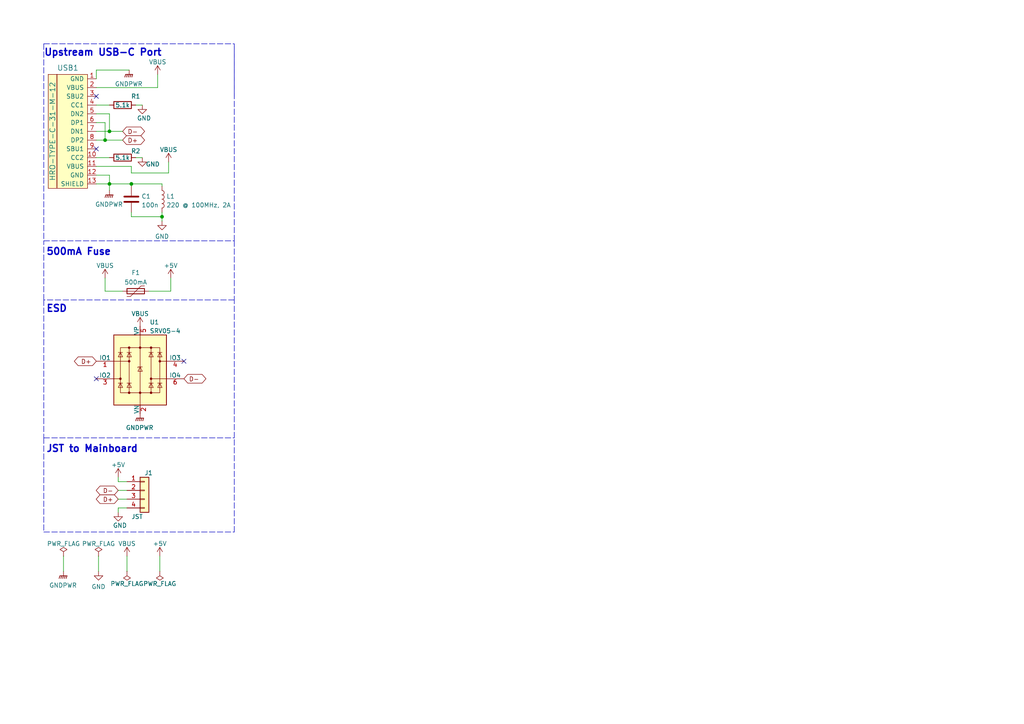
<source format=kicad_sch>
(kicad_sch (version 20211123) (generator eeschema)
  (paper "A4")
  (title_block (title "EC_Pro2_Controller_Lite") (date "2022-10-06") (rev "1") (company "Cipulot PCB Design") (comment 1 "MIT License") (comment 2 "Cipulot"))
  (lib_symbols
    (symbol "Connector_Generic:Conn_01x04" (pin_names (offset 1.016) hide)
      (property "Reference" "J" (at 0 5.08 0))
      (property "Value" "Conn_01x04" (at 0 -7.62 0))
      (symbol "Conn_01x04_1_1"
        (rectangle (start -1.27 -4.953) (end 0 -5.207) (stroke (width 0.1524)))
        (rectangle (start -1.27 -2.413) (end 0 -2.667) (stroke (width 0.1524)))
        (rectangle (start -1.27 0.127) (end 0 -0.127) (stroke (width 0.1524)))
        (rectangle (start -1.27 2.667) (end 0 2.413) (stroke (width 0.1524)))
        (rectangle (start -1.27 3.81) (end 1.27 -6.35) (stroke (width 0.254)) (fill (type background)))
        (pin passive line (at -5.08 2.54 0) (length 3.81) (name "Pin_1") (number "1"))
        (pin passive line (at -5.08 0 0) (length 3.81) (name "Pin_2") (number "2"))
        (pin passive line (at -5.08 -2.54 0) (length 3.81) (name "Pin_3") (number "3"))
        (pin passive line (at -5.08 -5.08 0) (length 3.81) (name "Pin_4") (number "4"))
      )
    )
    (symbol "Device:C" (pin_numbers hide) (pin_names (offset 0.254))
      (property "Reference" "C" (at 0.635 2.54 0))
      (property "Value" "C" (at 0.635 -2.54 0))
      (symbol "C_0_1"
        (polyline (pts (xy -2.032 -0.762) (xy 2.032 -0.762)) (stroke (width 0.508)))
        (polyline (pts (xy -2.032 0.762) (xy 2.032 0.762)) (stroke (width 0.508)))
      )
      (symbol "C_1_1"
        (pin passive line (at 0 3.81 270) (length 2.794) (name "~") (number "1"))
        (pin passive line (at 0 -3.81 90) (length 2.794) (name "~") (number "2"))
      )
    )
    (symbol "Device:L" (pin_numbers hide) (pin_names (offset 1.016) hide)
      (property "Reference" "L" (at -1.27 0 90))
      (property "Value" "L" (at 1.905 0 90))
      (symbol "L_0_1"
        (arc (start 0 -2.54) (mid 0.635 -1.905) (end 0 -1.27))
        (arc (start 0 -1.27) (mid 0.635 -0.635) (end 0 0))
        (arc (start 0 0) (mid 0.635 0.635) (end 0 1.27))
        (arc (start 0 1.27) (mid 0.635 1.905) (end 0 2.54))
      )
      (symbol "L_1_1"
        (pin passive line (at 0 3.81 270) (length 1.27) (name "1") (number "1"))
        (pin passive line (at 0 -3.81 90) (length 1.27) (name "2") (number "2"))
      )
    )
    (symbol "Device:Polyfuse" (pin_numbers hide) (pin_names (offset 0))
      (property "Reference" "F" (at -2.54 0 90))
      (property "Value" "Polyfuse" (at 2.54 0 90))
      (symbol "Polyfuse_0_1"
        (rectangle (start -0.762 2.54) (end 0.762 -2.54) (stroke (width 0.254)))
        (polyline (pts (xy 0 2.54) (xy 0 -2.54)))
        (polyline (pts (xy -1.524 2.54) (xy -1.524 1.524) (xy 1.524 -1.524) (xy 1.524 -2.54)))
      )
      (symbol "Polyfuse_1_1"
        (pin passive line (at 0 3.81 270) (length 1.27) (name "~") (number "1"))
        (pin passive line (at 0 -3.81 90) (length 1.27) (name "~") (number "2"))
      )
    )
    (symbol "Device:R" (pin_numbers hide) (pin_names (offset 0))
      (property "Reference" "R" (at 2.032 0 90))
      (property "Value" "R" (at 0 0 90))
      (symbol "R_0_1"
        (rectangle (start -1.016 -2.54) (end 1.016 2.54) (stroke (width 0.254)))
      )
      (symbol "R_1_1"
        (pin passive line (at 0 3.81 270) (length 1.27) (name "~") (number "1"))
        (pin passive line (at 0 -3.81 90) (length 1.27) (name "~") (number "2"))
      )
    )
    (symbol "Power_Protection:SRV05-4" (pin_names (offset 0))
      (property "Reference" "U" (at -5.08 11.43 0))
      (property "Value" "SRV05-4" (at 2.54 11.43 0))
      (symbol "SRV05-4_0_0"
        (rectangle (start -5.715 6.477) (end 5.715 -6.604))
        (polyline (pts (xy -3.175 -6.604) (xy -3.175 6.477)))
        (polyline (pts (xy 3.175 6.477) (xy 3.175 -6.604)))
      )
      (symbol "SRV05-4_0_1"
        (rectangle (start -7.62 10.16) (end 7.62 -10.16) (stroke (width 0.254)) (fill (type background)))
        (circle (center -5.715 -2.54) (radius 0.2794) (fill (type outline)))
        (circle (center -3.175 -6.604) (radius 0.2794) (fill (type outline)))
        (circle (center -3.175 2.54) (radius 0.2794) (fill (type outline)))
        (circle (center -3.175 6.477) (radius 0.2794) (fill (type outline)))
        (circle (center 0 -6.604) (radius 0.2794) (fill (type outline)))
        (polyline (pts (xy -7.747 2.54) (xy -3.175 2.54)))
        (polyline (pts (xy -7.62 -2.54) (xy -5.715 -2.54)))
        (polyline (pts (xy -5.08 -3.81) (xy -6.35 -3.81)))
        (polyline (pts (xy -5.08 5.08) (xy -6.35 5.08)))
        (polyline (pts (xy -2.54 -3.81) (xy -3.81 -3.81)))
        (polyline (pts (xy -2.54 5.08) (xy -3.81 5.08)))
        (polyline (pts (xy 0 10.16) (xy 0 -10.16)))
        (polyline (pts (xy 3.81 -3.81) (xy 2.54 -3.81)))
        (polyline (pts (xy 3.81 5.08) (xy 2.54 5.08)))
        (polyline (pts (xy 6.35 -3.81) (xy 5.08 -3.81)))
        (polyline (pts (xy 6.35 5.08) (xy 5.08 5.08)))
        (polyline (pts (xy 7.62 -2.54) (xy 3.175 -2.54)))
        (polyline (pts (xy 7.62 2.54) (xy 5.715 2.54)))
        (polyline (pts (xy 0.635 0.889) (xy -0.635 0.889) (xy -0.635 0.635)))
        (polyline (pts (xy -5.08 -5.08) (xy -6.35 -5.08) (xy -5.715 -3.81) (xy -5.08 -5.08)))
        (polyline (pts (xy -5.08 3.81) (xy -6.35 3.81) (xy -5.715 5.08) (xy -5.08 3.81)))
        (polyline (pts (xy -2.54 -5.08) (xy -3.81 -5.08) (xy -3.175 -3.81) (xy -2.54 -5.08)))
        (polyline (pts (xy -2.54 3.81) (xy -3.81 3.81) (xy -3.175 5.08) (xy -2.54 3.81)))
        (polyline (pts (xy 0.635 -0.381) (xy -0.635 -0.381) (xy 0 0.889) (xy 0.635 -0.381)))
        (polyline (pts (xy 3.81 -5.08) (xy 2.54 -5.08) (xy 3.175 -3.81) (xy 3.81 -5.08)))
        (polyline (pts (xy 3.81 3.81) (xy 2.54 3.81) (xy 3.175 5.08) (xy 3.81 3.81)))
        (polyline (pts (xy 6.35 -5.08) (xy 5.08 -5.08) (xy 5.715 -3.81) (xy 6.35 -5.08)))
        (polyline (pts (xy 6.35 3.81) (xy 5.08 3.81) (xy 5.715 5.08) (xy 6.35 3.81)))
        (circle (center 0 6.477) (radius 0.2794) (fill (type outline)))
        (circle (center 3.175 -6.604) (radius 0.2794) (fill (type outline)))
        (circle (center 3.175 -2.54) (radius 0.2794) (fill (type outline)))
        (circle (center 3.175 6.477) (radius 0.2794) (fill (type outline)))
        (circle (center 5.715 2.54) (radius 0.2794) (fill (type outline)))
      )
      (symbol "SRV05-4_1_1"
        (pin passive line (at -12.7 2.54 0) (length 5.08) (name "IO1") (number "1"))
        (pin passive line (at 0 -12.7 90) (length 2.54) (name "VN") (number "2"))
        (pin passive line (at -12.7 -2.54 0) (length 5.08) (name "IO2") (number "3"))
        (pin passive line (at 12.7 2.54 180) (length 5.08) (name "IO3") (number "4"))
        (pin passive line (at 0 12.7 270) (length 2.54) (name "VP") (number "5"))
        (pin passive line (at 12.7 -2.54 180) (length 5.08) (name "IO4") (number "6"))
      )
    )
    (symbol "cipulot_parts:HRO-TYPE-C-31-M-12" (pin_names (offset 1.016))
      (property "Reference" "USB" (at -5.08 16.51 0))
      (property "Value" "HRO-TYPE-C-31-M-12" (at -10.16 -1.27 90))
      (symbol "HRO-TYPE-C-31-M-12_0_1"
        (rectangle (start -11.43 15.24) (end -8.89 -17.78) (fill (type background)))
        (rectangle (start 0 -17.78) (end -8.89 15.24) (fill (type background)))
      )
      (symbol "HRO-TYPE-C-31-M-12_1_1"
        (pin input line (at 2.54 13.97 180) (length 2.54) (name "GND") (number "1"))
        (pin input line (at 2.54 -8.89 180) (length 2.54) (name "CC2") (number "10"))
        (pin input line (at 2.54 -11.43 180) (length 2.54) (name "VBUS") (number "11"))
        (pin input line (at 2.54 -13.97 180) (length 2.54) (name "GND") (number "12"))
        (pin input line (at 2.54 -16.51 180) (length 2.54) (name "SHIELD") (number "13"))
        (pin input line (at 2.54 11.43 180) (length 2.54) (name "VBUS") (number "2"))
        (pin input line (at 2.54 8.89 180) (length 2.54) (name "SBU2") (number "3"))
        (pin input line (at 2.54 6.35 180) (length 2.54) (name "CC1") (number "4"))
        (pin input line (at 2.54 3.81 180) (length 2.54) (name "DN2") (number "5"))
        (pin input line (at 2.54 1.27 180) (length 2.54) (name "DP1") (number "6"))
        (pin input line (at 2.54 -1.27 180) (length 2.54) (name "DN1") (number "7"))
        (pin input line (at 2.54 -3.81 180) (length 2.54) (name "DP2") (number "8"))
        (pin input line (at 2.54 -6.35 180) (length 2.54) (name "SBU1") (number "9"))
      )
    )
    (symbol "power:+5V" (power) (pin_names (offset 0))
      (property "Value" "+5V" (at 0 3.556 0))
      (symbol "+5V_0_1"
        (polyline (pts (xy -0.762 1.27) (xy 0 2.54)))
        (polyline (pts (xy 0 0) (xy 0 2.54)))
        (polyline (pts (xy 0 2.54) (xy 0.762 1.27)))
      )
      (symbol "+5V_1_1"
        (pin power_in line (at 0 0 90) (length 0) hide (name "+5V") (number "1"))
      )
    )
    (symbol "power:GND" (power) (pin_names (offset 0))
      (property "Value" "GND" (at 0 -3.81 0))
      (symbol "GND_0_1"
        (polyline (pts (xy 0 0) (xy 0 -1.27) (xy 1.27 -1.27) (xy 0 -2.54) (xy -1.27 -1.27) (xy 0 -1.27)))
      )
      (symbol "GND_1_1"
        (pin power_in line (at 0 0 270) (length 0) hide (name "GND") (number "1"))
      )
    )
    (symbol "power:GNDPWR" (power) (pin_names (offset 0))
      (property "Value" "GNDPWR" (at 0 -3.302 0))
      (symbol "GNDPWR_0_1"
        (polyline (pts (xy 0 -1.27) (xy 0 0)))
        (polyline (pts (xy -1.016 -1.27) (xy -1.27 -2.032) (xy -1.27 -2.032)) (stroke (width 0.2032)))
        (polyline (pts (xy -0.508 -1.27) (xy -0.762 -2.032) (xy -0.762 -2.032)) (stroke (width 0.2032)))
        (polyline (pts (xy 0 -1.27) (xy -0.254 -2.032) (xy -0.254 -2.032)) (stroke (width 0.2032)))
        (polyline (pts (xy 0.508 -1.27) (xy 0.254 -2.032) (xy 0.254 -2.032)) (stroke (width 0.2032)))
        (polyline (pts (xy 1.016 -1.27) (xy -1.016 -1.27) (xy -1.016 -1.27)) (stroke (width 0.2032)))
        (polyline (pts (xy 1.016 -1.27) (xy 0.762 -2.032) (xy 0.762 -2.032) (xy 0.762 -2.032)) (stroke (width 0.2032)))
      )
      (symbol "GNDPWR_1_1"
        (pin power_in line (at 0 0 270) (length 0) hide (name "GNDPWR") (number "1"))
      )
    )
    (symbol "power:PWR_FLAG" (power) (pin_numbers hide) (pin_names (offset 0) hide)
      (property "Value" "PWR_FLAG" (at 0 3.81 0))
      (symbol "PWR_FLAG_0_0"
        (pin power_out line (at 0 0 90) (length 0) (name "pwr") (number "1"))
      )
      (symbol "PWR_FLAG_0_1"
        (polyline (pts (xy 0 0) (xy 0 1.27) (xy -1.016 1.905) (xy 0 2.54) (xy 1.016 1.905) (xy 0 1.27)))
      )
    )
    (symbol "power:VBUS" (power) (pin_names (offset 0))
      (property "Value" "VBUS" (at 0 3.81 0))
      (symbol "VBUS_0_1"
        (polyline (pts (xy -0.762 1.27) (xy 0 2.54)))
        (polyline (pts (xy 0 0) (xy 0 2.54)))
        (polyline (pts (xy 0 2.54) (xy 0.762 1.27)))
      )
      (symbol "VBUS_1_1"
        (pin power_in line (at 0 0 90) (length 0) hide (name "VBUS") (number "1"))
      )
    )
  )
  (junction (at 31.75 38.1))
  (junction (at 38.1 53.34))
  (junction (at 31.75 53.34))
  (junction (at 46.99 62.865))
  (junction (at 30.48 40.64))
  (no_connect (at 53.34 104.775))
  (no_connect (at 27.94 109.855))
  (no_connect (at 27.94 27.94))
  (no_connect (at 27.94 43.18))
  (wire (pts (xy 37.465 20.32) (xy 27.94 20.32)))
  (wire (pts (xy 38.1 62.865) (xy 46.99 62.865)))
  (wire (pts (xy 27.94 38.1) (xy 31.75 38.1)))
  (wire (pts (xy 39.37 45.72) (xy 41.275 45.72)))
  (polyline (pts (xy 12.7 154.305) (xy 67.945 154.305)))
  (polyline (pts (xy 67.945 69.85) (xy 67.945 86.995)))
  (wire (pts (xy 43.18 84.455) (xy 49.53 84.455)))
  (polyline (pts (xy 12.7 12.7) (xy 12.7 69.85)))
  (wire (pts (xy 45.72 25.4) (xy 45.72 21.59)))
  (wire (pts (xy 27.94 20.32) (xy 27.94 22.86)))
  (polyline (pts (xy 12.7 69.85) (xy 67.945 69.85)))
  (wire (pts (xy 27.94 50.8) (xy 31.75 50.8)))
  (wire (pts (xy 38.1 53.34) (xy 46.99 53.34)))
  (polyline (pts (xy 67.945 154.305) (xy 67.945 127)))
  (wire (pts (xy 34.29 138.43) (xy 34.29 139.7)))
  (wire (pts (xy 34.29 139.7) (xy 36.83 139.7)))
  (wire (pts (xy 38.1 53.34) (xy 38.1 53.975)))
  (wire (pts (xy 36.83 165.735) (xy 36.83 161.29)))
  (wire (pts (xy 38.1 61.595) (xy 38.1 62.865)))
  (wire (pts (xy 34.29 147.32) (xy 36.83 147.32)))
  (polyline (pts (xy 12.7 86.995) (xy 12.7 127)))
  (wire (pts (xy 38.1 48.26) (xy 38.1 50.165)))
  (polyline (pts (xy 67.945 127) (xy 67.945 86.995)))
  (wire (pts (xy 27.94 25.4) (xy 45.72 25.4)))
  (wire (pts (xy 30.48 84.455) (xy 35.56 84.455)))
  (wire (pts (xy 46.99 62.865) (xy 46.99 64.135)))
  (wire (pts (xy 27.94 48.26) (xy 38.1 48.26)))
  (wire (pts (xy 27.94 53.34) (xy 31.75 53.34)))
  (wire (pts (xy 34.29 144.78) (xy 36.83 144.78)))
  (polyline (pts (xy 67.945 86.995) (xy 12.7 86.995)))
  (wire (pts (xy 27.94 40.64) (xy 30.48 40.64)))
  (wire (pts (xy 28.575 161.29) (xy 28.575 165.735)))
  (wire (pts (xy 31.75 33.02) (xy 31.75 38.1)))
  (wire (pts (xy 34.29 148.59) (xy 34.29 147.32)))
  (wire (pts (xy 27.94 35.56) (xy 30.48 35.56)))
  (wire (pts (xy 49.53 84.455) (xy 49.53 80.645)))
  (wire (pts (xy 30.48 40.64) (xy 35.56 40.64)))
  (wire (pts (xy 46.99 53.975) (xy 46.99 53.34)))
  (polyline (pts (xy 12.7 127) (xy 12.7 154.305)))
  (polyline (pts (xy 12.7 12.7) (xy 67.945 12.7)))
  (polyline (pts (xy 67.945 12.7) (xy 67.945 28.575)))
  (wire (pts (xy 18.415 161.29) (xy 18.415 165.735)))
  (wire (pts (xy 34.29 142.24) (xy 36.83 142.24)))
  (polyline (pts (xy 67.945 69.85) (xy 67.945 12.7)))
  (polyline (pts (xy 12.7 127) (xy 67.945 127)))
  (wire (pts (xy 46.99 61.595) (xy 46.99 62.865)))
  (wire (pts (xy 46.355 165.735) (xy 46.355 161.29)))
  (wire (pts (xy 31.75 38.1) (xy 35.56 38.1)))
  (wire (pts (xy 39.37 30.48) (xy 41.275 30.48)))
  (wire (pts (xy 30.48 80.645) (xy 30.48 84.455)))
  (wire (pts (xy 27.94 33.02) (xy 31.75 33.02)))
  (wire (pts (xy 27.94 45.72) (xy 31.75 45.72)))
  (wire (pts (xy 27.94 30.48) (xy 31.75 30.48)))
  (wire (pts (xy 48.895 46.99) (xy 48.895 50.165)))
  (wire (pts (xy 30.48 35.56) (xy 30.48 40.64)))
  (wire (pts (xy 31.75 50.8) (xy 31.75 53.34)))
  (wire (pts (xy 38.1 50.165) (xy 48.895 50.165)))
  (wire (pts (xy 31.75 53.34) (xy 31.75 55.245)))
  (polyline (pts (xy 12.7 86.995) (xy 12.7 69.85)))
  (wire (pts (xy 31.75 53.34) (xy 38.1 53.34)))
  (text "500mA Fuse" (at 13.335 74.295 0) (effects (font (size 2 2) (thickness 0.4) bold) (justify left bottom)))
  (text "Upstream USB-C Port" (at 12.7 16.51 0) (effects (font (size 2 2) (thickness 0.4) bold) (justify left bottom)))
  (text "ESD" (at 13.335 90.805 0) (effects (font (size 2 2) (thickness 0.4) bold) (justify left bottom)))
  (text "JST to Mainboard" (at 13.335 131.445 0) (effects (font (size 2 2) (thickness 0.4) bold) (justify left bottom)))
  (global_label "D-" (shape bidirectional) (at 35.56 38.1 0) (property "Intersheet References" "${INTERSHEET_REFS}" (effects hide)))
  (global_label "D-" (shape bidirectional) (at 34.29 142.24 180) (property "Intersheet References" "${INTERSHEET_REFS}" (effects hide)))
  (global_label "D-" (shape bidirectional) (at 53.34 109.855 0) (property "Intersheet References" "${INTERSHEET_REFS}" (effects hide)))
  (global_label "D+" (shape bidirectional) (at 35.56 40.64 0) (property "Intersheet References" "${INTERSHEET_REFS}" (effects hide)))
  (global_label "D+" (shape bidirectional) (at 27.94 104.775 180) (property "Intersheet References" "${INTERSHEET_REFS}" (effects hide)))
  (global_label "D+" (shape bidirectional) (at 34.29 144.78 180) (property "Intersheet References" "${INTERSHEET_REFS}" (effects hide)))
  (symbol (lib_id "power:PWR_FLAG") (at 36.83 165.735 180) (unit 1)
    (property "Reference" "#FLG0102" (effects hide))
    (property "Value" "PWR_FLAG" (at 36.83 169.3108 0))
  )
  (symbol (lib_id "Device:C") (at 38.1 57.785 0) (unit 1)
    (property "Reference" "C1" (at 41.021 56.9503 0) (effects (justify left)))
    (property "Value" "100n" (at 41.021 59.4872 0) (effects (justify left)))
    (property "Footprint" "Capacitor_SMD:C_0603_1608Metric" (effects hide))
    (property "LCSC" "C14663" (effects hide))
  )
  (symbol (lib_id "power:GND") (at 41.275 30.48 0) (unit 1)
    (property "Reference" "#PWR03" (effects hide))
    (property "Value" "GND" (at 43.815 34.29 0) (effects (justify right)))
  )
  (symbol (lib_id "power:GND") (at 41.275 45.72 0) (unit 1)
    (property "Reference" "#PWR04" (effects hide))
    (property "Value" "GND" (at 46.355 47.625 0) (effects (justify right)))
  )
  (symbol (lib_id "Power_Protection:SRV05-4") (at 40.64 107.315 0) (unit 1)
    (property "Reference" "U1" (at 43.4087 93.4552 0) (effects (justify left)))
    (property "Value" "SRV05-4" (at 43.4087 95.9921 0) (effects (justify left)))
    (property "Footprint" "cipulot_parts:SOT-23-6-routable" (effects hide))
    (property "Datasheet" "http://www.onsemi.com/pub/Collateral/SRV05-4-D.PDF" (effects hide))
    (property "LCSC" "C85364" (effects hide))
  )
  (symbol (lib_id "power:GND") (at 46.99 64.135 0) (unit 1)
    (property "Reference" "#PWR07" (effects hide))
    (property "Value" "GND" (at 46.99 68.5784 0))
  )
  (symbol (lib_id "power:VBUS") (at 40.64 94.615 0) (unit 1)
    (property "Reference" "#PWR010" (effects hide))
    (property "Value" "VBUS" (at 40.64 91.0105 0))
  )
  (symbol (lib_id "Connector_Generic:Conn_01x04") (at 41.91 142.24 0) (unit 1)
    (property "Reference" "J1" (at 41.91 137.16 0) (effects (justify left)))
    (property "Value" "JST" (at 38.1 149.86 0) (effects (justify left)))
    (property "Footprint" "cipulot_parts:JST-SR-4" (effects hide))
    (property "LCSC" "C145956" (effects hide))
  )
  (symbol (lib_id "power:PWR_FLAG") (at 28.575 161.29 0) (unit 1)
    (property "Reference" "#FLG0104" (effects hide))
    (property "Value" "PWR_FLAG" (at 28.575 157.7142 0))
  )
  (symbol (lib_id "power:VBUS") (at 36.83 161.29 0) (unit 1)
    (property "Reference" "#PWR0101" (effects hide))
    (property "Value" "VBUS" (at 36.83 157.6855 0))
  )
  (symbol (lib_id "power:GND") (at 34.29 148.59 0) (unit 1)
    (property "Reference" "#PWR013" (effects hide))
    (property "Value" "GND" (at 36.83 152.4 0) (effects (justify right)))
  )
  (symbol (lib_id "power:+5V") (at 49.53 80.645 0) (unit 1)
    (property "Reference" "#PWR09" (effects hide))
    (property "Value" "+5V" (at 49.53 77.0405 0))
  )
  (symbol (lib_id "power:GNDPWR") (at 37.465 20.32 0) (unit 1)
    (property "Reference" "#PWR0105" (effects hide))
    (property "Value" "GNDPWR" (at 37.338 24.357 0))
  )
  (symbol (lib_id "power:VBUS") (at 45.72 21.59 0) (unit 1)
    (property "Reference" "#PWR01" (effects hide))
    (property "Value" "VBUS" (at 45.72 17.9855 0))
  )
  (symbol (lib_id "Device:L") (at 46.99 57.785 0) (unit 1)
    (property "Reference" "L1" (at 48.26 56.9503 0) (effects (justify left)))
    (property "Value" "220 @ 100MHz, 2A" (at 48.26 59.4872 0) (effects (justify left)))
    (property "Footprint" "Inductor_SMD:L_0603_1608Metric" (effects hide))
    (property "LCSC" "C85832" (effects hide))
  )
  (symbol (lib_id "power:PWR_FLAG") (at 46.355 165.735 180) (unit 1)
    (property "Reference" "#FLG0101" (effects hide))
    (property "Value" "PWR_FLAG" (at 46.355 169.3108 0))
  )
  (symbol (lib_id "cipulot_parts:HRO-TYPE-C-31-M-12") (at 25.4 36.83 0) (unit 1)
    (property "Reference" "USB1" (at 19.685 19.685 0) (effects (font (size 1.524 1.524))))
    (property "Value" "HRO-TYPE-C-31-M-12" (at 15.24 38.1 90) (effects (font (size 1.524 1.524))))
    (property "Footprint" "cipulot_parts:HRO-TYPE-C-31-M-12-Assembly" (effects hide))
    (property "LCSC" "C165948" (effects hide))
  )
  (symbol (lib_id "power:+5V") (at 34.29 138.43 0) (unit 1)
    (property "Reference" "#PWR012" (effects hide))
    (property "Value" "+5V" (at 34.29 134.8255 0))
  )
  (symbol (lib_id "Device:R") (at 35.56 45.72 90) (unit 1)
    (property "Reference" "R2" (at 39.37 43.815 90))
    (property "Value" "5.1k" (at 35.56 45.72 90))
    (property "Footprint" "Resistor_SMD:R_0402_1005Metric" (effects hide))
    (property "LCSC" "C25905" (effects hide))
  )
  (symbol (lib_id "power:+5V") (at 46.355 161.29 0) (unit 1)
    (property "Reference" "#PWR0102" (effects hide))
    (property "Value" "+5V" (at 46.355 157.6855 0))
  )
  (symbol (lib_id "Device:R") (at 35.56 30.48 270) (unit 1)
    (property "Reference" "R1" (at 39.37 27.94 90))
    (property "Value" "5.1k" (at 35.56 30.48 90))
    (property "Footprint" "Resistor_SMD:R_0402_1005Metric" (effects hide))
    (property "LCSC" "C25905" (effects hide))
  )
  (symbol (lib_id "Device:Polyfuse") (at 39.37 84.455 270) (unit 1)
    (property "Reference" "F1" (at 39.37 79.0915 90))
    (property "Value" "500mA" (at 39.37 81.8666 90))
    (property "Footprint" "Fuse:Fuse_1206_3216Metric" (effects hide))
    (property "LCSC" "C70076" (effects hide))
  )
  (symbol (lib_id "power:GNDPWR") (at 18.415 165.735 0) (unit 1)
    (property "Reference" "#PWR0103" (effects hide))
    (property "Value" "GNDPWR" (at 18.288 169.772 0))
  )
  (symbol (lib_id "power:VBUS") (at 30.48 80.645 0) (unit 1)
    (property "Reference" "#PWR08" (effects hide))
    (property "Value" "VBUS" (at 30.48 77.0405 0))
  )
  (symbol (lib_id "power:GND") (at 28.575 165.735 0) (unit 1)
    (property "Reference" "#PWR0104" (effects hide))
    (property "Value" "GND" (at 28.575 170.1784 0))
  )
  (symbol (lib_id "power:PWR_FLAG") (at 18.415 161.29 0) (unit 1)
    (property "Reference" "#FLG0103" (effects hide))
    (property "Value" "PWR_FLAG" (at 18.415 157.7142 0))
  )
  (symbol (lib_id "power:VBUS") (at 48.895 46.99 0) (unit 1)
    (property "Reference" "#PWR05" (effects hide))
    (property "Value" "VBUS" (at 48.895 43.4142 0))
  )
  (symbol (lib_id "power:GNDPWR") (at 40.64 120.015 0) (unit 1)
    (property "Reference" "#PWR011" (effects hide))
    (property "Value" "GNDPWR" (at 40.513 124.052 0))
  )
  (symbol (lib_id "power:GNDPWR") (at 31.75 55.245 0) (unit 1)
    (property "Reference" "#PWR06" (effects hide))
    (property "Value" "GNDPWR" (at 31.623 59.282 0))
  )
)
</source>
